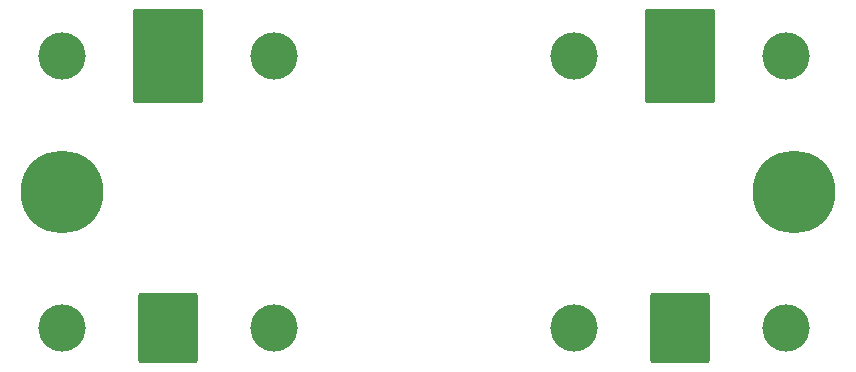
<source format=gbr>
%TF.GenerationSoftware,KiCad,Pcbnew,9.0.1*%
%TF.CreationDate,2025-06-17T00:59:48+02:00*%
%TF.ProjectId,Richtkoppler,52696368-746b-46f7-9070-6c65722e6b69,1.0*%
%TF.SameCoordinates,Original*%
%TF.FileFunction,Soldermask,Bot*%
%TF.FilePolarity,Negative*%
%FSLAX46Y46*%
G04 Gerber Fmt 4.6, Leading zero omitted, Abs format (unit mm)*
G04 Created by KiCad (PCBNEW 9.0.1) date 2025-06-17 00:59:48*
%MOMM*%
%LPD*%
G01*
G04 APERTURE LIST*
G04 Aperture macros list*
%AMRoundRect*
0 Rectangle with rounded corners*
0 $1 Rounding radius*
0 $2 $3 $4 $5 $6 $7 $8 $9 X,Y pos of 4 corners*
0 Add a 4 corners polygon primitive as box body*
4,1,4,$2,$3,$4,$5,$6,$7,$8,$9,$2,$3,0*
0 Add four circle primitives for the rounded corners*
1,1,$1+$1,$2,$3*
1,1,$1+$1,$4,$5*
1,1,$1+$1,$6,$7*
1,1,$1+$1,$8,$9*
0 Add four rect primitives between the rounded corners*
20,1,$1+$1,$2,$3,$4,$5,0*
20,1,$1+$1,$4,$5,$6,$7,0*
20,1,$1+$1,$6,$7,$8,$9,0*
20,1,$1+$1,$8,$9,$2,$3,0*%
G04 Aperture macros list end*
%ADD10RoundRect,0.300000X2.700000X-3.700000X2.700000X3.700000X-2.700000X3.700000X-2.700000X-3.700000X0*%
%ADD11C,4.000000*%
%ADD12RoundRect,0.250000X-2.250000X2.750000X-2.250000X-2.750000X2.250000X-2.750000X2.250000X2.750000X0*%
%ADD13C,7.000000*%
G04 APERTURE END LIST*
D10*
%TO.C,X1*%
X114000000Y-83500000D03*
D11*
X105000000Y-83500000D03*
X123000000Y-83500000D03*
%TD*%
D12*
%TO.C,X4*%
X157350000Y-106500000D03*
D11*
X166350000Y-106500000D03*
X148350000Y-106500000D03*
%TD*%
D12*
%TO.C,X2*%
X114000000Y-106500000D03*
D11*
X123000000Y-106500000D03*
X105000000Y-106500000D03*
%TD*%
D10*
%TO.C,X3*%
X157350000Y-83500000D03*
D11*
X148350000Y-83500000D03*
X166350000Y-83500000D03*
%TD*%
D13*
X167000000Y-95000000D03*
X105000000Y-95000000D03*
M02*

</source>
